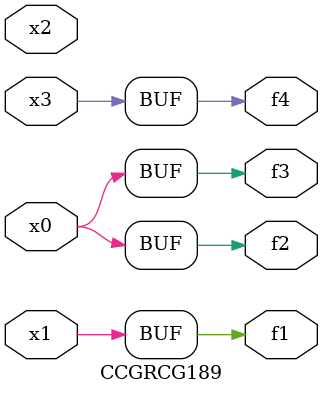
<source format=v>
module CCGRCG189(
	input x0, x1, x2, x3,
	output f1, f2, f3, f4
);
	assign f1 = x1;
	assign f2 = x0;
	assign f3 = x0;
	assign f4 = x3;
endmodule

</source>
